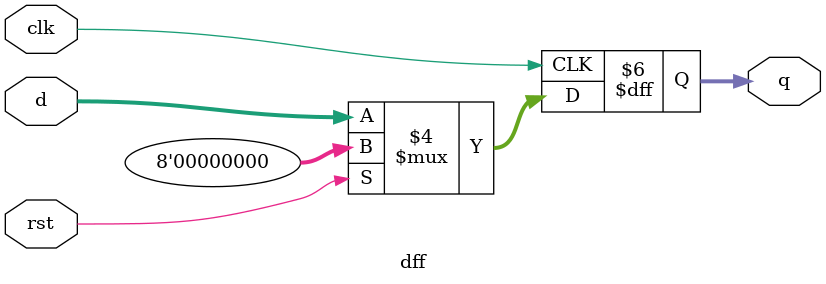
<source format=v>
module filterfir(clk,rst,x,dataout);
input [7:0]x;
input clk,rst;
output [9:0]dataout;
wire [7:0]d1,d2,d3;
wire [7:0]m1,m2,m3,m4,m5;
wire [7:0]d11,d12,d13,d14;
parameter h0=3'b101;
parameter h1=3'b100;
parameter h2=3'b011;
parameter h3=3'b010;
parameter h4=3'b001;
assign m1=x>>h0;
dff u2(clk,rst,x,d11);
assign m2=d11>>h1;
assign d1=m1+m2;
dff u4(clk,rst,d11,d12);
assign m3=d12>>h2;
assign d2=d1+m3;
dff u6(clk,rst,d12,d13);
assign m4=d13>>h3;
assign d3=d2+m4;
dff u8(clk,rst,d13,d14);
assign m5=d14>>h4;
assign dataout=d3+m5;
endmodule

module dff(clk,rst,d,q);// sub module d flipflop
input clk,rst;
input [7:0]d;
output [7:0]q;
reg [7:0]q;
always@(posedge clk)
begin
if(rst==1)
begin
q=0;
end
else
begin
q=d;
end
end

endmodule
</source>
